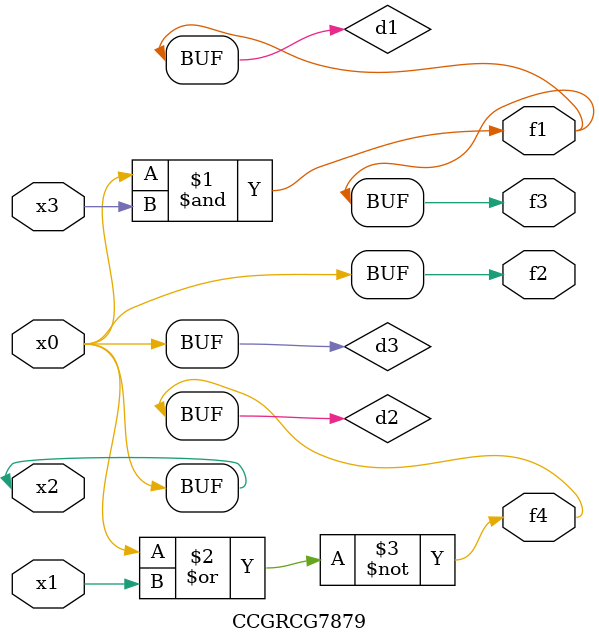
<source format=v>
module CCGRCG7879(
	input x0, x1, x2, x3,
	output f1, f2, f3, f4
);

	wire d1, d2, d3;

	and (d1, x2, x3);
	nor (d2, x0, x1);
	buf (d3, x0, x2);
	assign f1 = d1;
	assign f2 = d3;
	assign f3 = d1;
	assign f4 = d2;
endmodule

</source>
